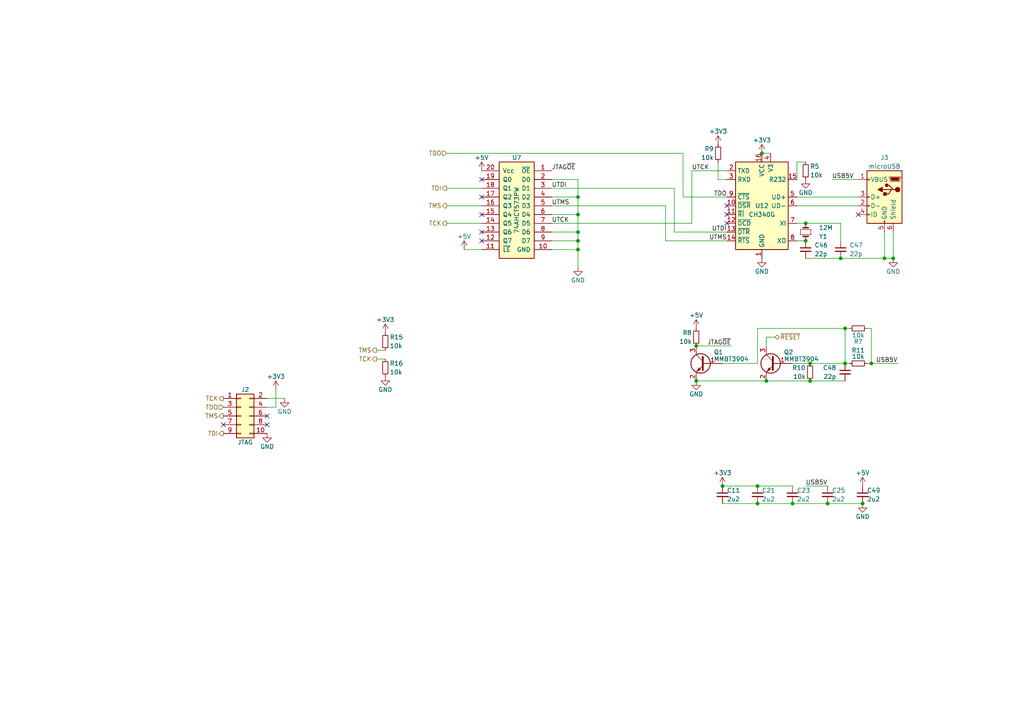
<source format=kicad_sch>
(kicad_sch (version 20211123) (generator eeschema)
  (paper "A4")
  (lib_symbols
    (symbol "Connector:USB_B_Micro" (pin_names (offset 1.016))
      (property "Reference" "J" (at -5.08 11.43 0))
      (property "Value" "USB_B_Micro" (at -5.08 8.89 0))
      (symbol "USB_B_Micro_0_1"
        (rectangle (start -5.08 -7.62) (end 5.08 7.62) (stroke (width 0.254)) (fill (type background)))
        (circle (center -3.81 2.159) (radius 0.635) (stroke (width 0.254)) (fill (type outline)))
        (circle (center -0.635 3.429) (radius 0.381) (stroke (width 0.254)) (fill (type outline)))
        (rectangle (start -0.127 -7.62) (end 0.127 -6.858))
        (polyline (pts (xy -1.905 2.159) (xy 0.635 2.159)) (stroke (width 0.254)))
        (polyline (pts (xy -3.175 2.159) (xy -2.54 2.159) (xy -1.27 3.429) (xy -0.635 3.429)) (stroke (width 0.254)))
        (polyline (pts (xy -2.54 2.159) (xy -1.905 2.159) (xy -1.27 0.889) (xy 0 0.889)) (stroke (width 0.254)))
        (polyline (pts (xy 0.635 2.794) (xy 0.635 1.524) (xy 1.905 2.159) (xy 0.635 2.794)) (stroke (width 0.254)) (fill (type outline)))
        (polyline (pts (xy -4.318 5.588) (xy -1.778 5.588) (xy -2.032 4.826) (xy -4.064 4.826) (xy -4.318 5.588)) (fill (type outline)))
        (polyline (pts (xy -4.699 5.842) (xy -4.699 5.588) (xy -4.445 4.826) (xy -4.445 4.572) (xy -1.651 4.572) (xy -1.651 4.826) (xy -1.397 5.588) (xy -1.397 5.842) (xy -4.699 5.842)))
        (rectangle (start 0.254 1.27) (end -0.508 0.508) (stroke (width 0.254)) (fill (type outline)))
        (rectangle (start 5.08 -5.207) (end 4.318 -4.953))
        (rectangle (start 5.08 -2.667) (end 4.318 -2.413))
        (rectangle (start 5.08 -0.127) (end 4.318 0.127))
        (rectangle (start 5.08 4.953) (end 4.318 5.207))
      )
      (symbol "USB_B_Micro_1_1"
        (pin power_out line (at 7.62 5.08 180) (length 2.54) (name "VBUS") (number "1"))
        (pin bidirectional line (at 7.62 -2.54 180) (length 2.54) (name "D-") (number "2"))
        (pin bidirectional line (at 7.62 0 180) (length 2.54) (name "D+") (number "3"))
        (pin passive line (at 7.62 -5.08 180) (length 2.54) (name "ID") (number "4"))
        (pin power_out line (at 0 -10.16 90) (length 2.54) (name "GND") (number "5"))
        (pin passive line (at -2.54 -10.16 90) (length 2.54) (name "Shield") (number "6"))
      )
    )
    (symbol "Connector_Generic:Conn_02x05_Odd_Even" (pin_names (offset 1.016) hide)
      (property "Reference" "J" (at 1.27 7.62 0))
      (property "Value" "Conn_02x05_Odd_Even" (at 1.27 -7.62 0))
      (symbol "Conn_02x05_Odd_Even_1_1"
        (rectangle (start -1.27 -4.953) (end 0 -5.207) (stroke (width 0.1524)))
        (rectangle (start -1.27 -2.413) (end 0 -2.667) (stroke (width 0.1524)))
        (rectangle (start -1.27 0.127) (end 0 -0.127) (stroke (width 0.1524)))
        (rectangle (start -1.27 2.667) (end 0 2.413) (stroke (width 0.1524)))
        (rectangle (start -1.27 5.207) (end 0 4.953) (stroke (width 0.1524)))
        (rectangle (start -1.27 6.35) (end 3.81 -6.35) (stroke (width 0.254)) (fill (type background)))
        (rectangle (start 3.81 -4.953) (end 2.54 -5.207) (stroke (width 0.1524)))
        (rectangle (start 3.81 -2.413) (end 2.54 -2.667) (stroke (width 0.1524)))
        (rectangle (start 3.81 0.127) (end 2.54 -0.127) (stroke (width 0.1524)))
        (rectangle (start 3.81 2.667) (end 2.54 2.413) (stroke (width 0.1524)))
        (rectangle (start 3.81 5.207) (end 2.54 4.953) (stroke (width 0.1524)))
        (pin passive line (at -5.08 5.08 0) (length 3.81) (name "Pin_1") (number "1"))
        (pin passive line (at 7.62 -5.08 180) (length 3.81) (name "Pin_10") (number "10"))
        (pin passive line (at 7.62 5.08 180) (length 3.81) (name "Pin_2") (number "2"))
        (pin passive line (at -5.08 2.54 0) (length 3.81) (name "Pin_3") (number "3"))
        (pin passive line (at 7.62 2.54 180) (length 3.81) (name "Pin_4") (number "4"))
        (pin passive line (at -5.08 0 0) (length 3.81) (name "Pin_5") (number "5"))
        (pin passive line (at 7.62 0 180) (length 3.81) (name "Pin_6") (number "6"))
        (pin passive line (at -5.08 -2.54 0) (length 3.81) (name "Pin_7") (number "7"))
        (pin passive line (at 7.62 -2.54 180) (length 3.81) (name "Pin_8") (number "8"))
        (pin passive line (at -5.08 -5.08 0) (length 3.81) (name "Pin_9") (number "9"))
      )
    )
    (symbol "Device:C_Small" (pin_numbers hide) (pin_names (offset 0.254) hide)
      (property "Reference" "C" (at 0.254 1.778 0))
      (property "Value" "C_Small" (at 0.254 -2.032 0))
      (symbol "C_Small_0_1"
        (polyline (pts (xy -1.524 -0.508) (xy 1.524 -0.508)) (stroke (width 0.3302)))
        (polyline (pts (xy -1.524 0.508) (xy 1.524 0.508)) (stroke (width 0.3048)))
      )
      (symbol "C_Small_1_1"
        (pin passive line (at 0 2.54 270) (length 2.032) (name "~") (number "1"))
        (pin passive line (at 0 -2.54 90) (length 2.032) (name "~") (number "2"))
      )
    )
    (symbol "Device:Crystal_Small" (pin_numbers hide) (pin_names (offset 1.016) hide)
      (property "Reference" "Y" (at 0 2.54 0))
      (property "Value" "Crystal_Small" (at 0 -2.54 0))
      (symbol "Crystal_Small_0_1"
        (rectangle (start -0.762 -1.524) (end 0.762 1.524))
        (polyline (pts (xy -1.27 -0.762) (xy -1.27 0.762)) (stroke (width 0.381)))
        (polyline (pts (xy 1.27 -0.762) (xy 1.27 0.762)) (stroke (width 0.381)))
      )
      (symbol "Crystal_Small_1_1"
        (pin passive line (at -2.54 0 0) (length 1.27) (name "1") (number "1"))
        (pin passive line (at 2.54 0 180) (length 1.27) (name "2") (number "2"))
      )
    )
    (symbol "Device:R_Small" (pin_numbers hide) (pin_names (offset 0.254) hide)
      (property "Reference" "R" (at 0.762 0.508 0))
      (property "Value" "R_Small" (at 0.762 -1.016 0))
      (symbol "R_Small_0_1"
        (rectangle (start -0.762 1.778) (end 0.762 -1.778) (stroke (width 0.2032)))
      )
      (symbol "R_Small_1_1"
        (pin passive line (at 0 2.54 270) (length 0.762) (name "~") (number "1"))
        (pin passive line (at 0 -2.54 90) (length 0.762) (name "~") (number "2"))
      )
    )
    (symbol "GW_Logic:74573" (pin_names (offset 1.016))
      (property "Reference" "U" (at 0 15.24 0))
      (property "Value" "74573" (at 0 -15.24 0))
      (symbol "74573_0_1"
        (rectangle (start -5.08 13.97) (end 5.08 -13.97) (stroke (width 0.254)) (fill (type background)))
      )
      (symbol "74573_1_1"
        (pin input line (at -10.16 11.43 0) (length 5.08) (name "~{OE}") (number "1"))
        (pin power_in line (at -10.16 -11.43 0) (length 5.08) (name "GND") (number "10"))
        (pin input line (at 10.16 -11.43 180) (length 5.08) (name "~{LE}") (number "11"))
        (pin tri_state line (at 10.16 -8.89 180) (length 5.08) (name "Q7") (number "12"))
        (pin tri_state line (at 10.16 -6.35 180) (length 5.08) (name "Q6") (number "13"))
        (pin tri_state line (at 10.16 -3.81 180) (length 5.08) (name "Q5") (number "14"))
        (pin tri_state line (at 10.16 -1.27 180) (length 5.08) (name "Q4") (number "15"))
        (pin tri_state line (at 10.16 1.27 180) (length 5.08) (name "Q3") (number "16"))
        (pin tri_state line (at 10.16 3.81 180) (length 5.08) (name "Q2") (number "17"))
        (pin tri_state line (at 10.16 6.35 180) (length 5.08) (name "Q1") (number "18"))
        (pin tri_state line (at 10.16 8.89 180) (length 5.08) (name "Q0") (number "19"))
        (pin input line (at -10.16 8.89 0) (length 5.08) (name "D0") (number "2"))
        (pin power_in line (at 10.16 11.43 180) (length 5.08) (name "Vcc") (number "20"))
        (pin input line (at -10.16 6.35 0) (length 5.08) (name "D1") (number "3"))
        (pin input line (at -10.16 3.81 0) (length 5.08) (name "D2") (number "4"))
        (pin input line (at -10.16 1.27 0) (length 5.08) (name "D3") (number "5"))
        (pin input line (at -10.16 -1.27 0) (length 5.08) (name "D4") (number "6"))
        (pin input line (at -10.16 -3.81 0) (length 5.08) (name "D5") (number "7"))
        (pin input line (at -10.16 -6.35 0) (length 5.08) (name "D6") (number "8"))
        (pin input line (at -10.16 -8.89 0) (length 5.08) (name "D7") (number "9"))
      )
    )
    (symbol "Interface_USB:CH340G"
      (property "Reference" "U" (at -5.08 13.97 0))
      (property "Value" "CH340G" (at 1.27 13.97 0))
      (symbol "CH340G_0_1"
        (rectangle (start -7.62 12.7) (end 7.62 -12.7) (stroke (width 0.254)) (fill (type background)))
      )
      (symbol "CH340G_1_1"
        (pin power_in line (at 0 -15.24 90) (length 2.54) (name "GND") (number "1"))
        (pin input line (at 10.16 0 180) (length 2.54) (name "~{DSR}") (number "10"))
        (pin input line (at 10.16 -2.54 180) (length 2.54) (name "~{RI}") (number "11"))
        (pin input line (at 10.16 -5.08 180) (length 2.54) (name "~{DCD}") (number "12"))
        (pin output line (at 10.16 -7.62 180) (length 2.54) (name "~{DTR}") (number "13"))
        (pin output line (at 10.16 -10.16 180) (length 2.54) (name "~{RTS}") (number "14"))
        (pin input line (at -10.16 7.62 0) (length 2.54) (name "R232") (number "15"))
        (pin power_in line (at 0 15.24 270) (length 2.54) (name "VCC") (number "16"))
        (pin output line (at 10.16 10.16 180) (length 2.54) (name "TXD") (number "2"))
        (pin input line (at 10.16 7.62 180) (length 2.54) (name "RXD") (number "3"))
        (pin passive line (at -2.54 15.24 270) (length 2.54) (name "V3") (number "4"))
        (pin bidirectional line (at -10.16 2.54 0) (length 2.54) (name "UD+") (number "5"))
        (pin bidirectional line (at -10.16 0 0) (length 2.54) (name "UD-") (number "6"))
        (pin input line (at -10.16 -5.08 0) (length 2.54) (name "XI") (number "7"))
        (pin output line (at -10.16 -10.16 0) (length 2.54) (name "XO") (number "8"))
        (pin input line (at 10.16 2.54 180) (length 2.54) (name "~{CTS}") (number "9"))
      )
    )
    (symbol "Transistor_BJT:MMBT3904" (pin_names (offset 0) hide)
      (property "Reference" "Q" (at 5.08 1.905 0))
      (property "Value" "MMBT3904" (at 5.08 0 0))
      (symbol "MMBT3904_0_1"
        (polyline (pts (xy 0.635 0.635) (xy 2.54 2.54)))
        (polyline (pts (xy 0.635 -0.635) (xy 2.54 -2.54) (xy 2.54 -2.54)))
        (polyline (pts (xy 0.635 1.905) (xy 0.635 -1.905) (xy 0.635 -1.905)) (stroke (width 0.508)))
        (polyline (pts (xy 1.27 -1.778) (xy 1.778 -1.27) (xy 2.286 -2.286) (xy 1.27 -1.778) (xy 1.27 -1.778)) (fill (type outline)))
        (circle (center 1.27 0) (radius 2.8194) (stroke (width 0.254)))
      )
      (symbol "MMBT3904_1_1"
        (pin input line (at -5.08 0 0) (length 5.715) (name "B") (number "1"))
        (pin passive line (at 2.54 -5.08 90) (length 2.54) (name "E") (number "2"))
        (pin passive line (at 2.54 5.08 270) (length 2.54) (name "C") (number "3"))
      )
    )
    (symbol "power:+3V3" (power) (pin_names (offset 0))
      (property "Value" "+3V3" (at 0 3.556 0))
      (symbol "+3V3_0_1"
        (polyline (pts (xy -0.762 1.27) (xy 0 2.54)))
        (polyline (pts (xy 0 0) (xy 0 2.54)))
        (polyline (pts (xy 0 2.54) (xy 0.762 1.27)))
      )
      (symbol "+3V3_1_1"
        (pin power_in line (at 0 0 90) (length 0) hide (name "+3V3") (number "1"))
      )
    )
    (symbol "power:+5V" (power) (pin_names (offset 0))
      (property "Value" "+5V" (at 0 3.556 0))
      (symbol "+5V_0_1"
        (polyline (pts (xy -0.762 1.27) (xy 0 2.54)))
        (polyline (pts (xy 0 0) (xy 0 2.54)))
        (polyline (pts (xy 0 2.54) (xy 0.762 1.27)))
      )
      (symbol "+5V_1_1"
        (pin power_in line (at 0 0 90) (length 0) hide (name "+5V") (number "1"))
      )
    )
    (symbol "power:GND" (power) (pin_names (offset 0))
      (property "Value" "GND" (at 0 -3.81 0))
      (symbol "GND_0_1"
        (polyline (pts (xy 0 0) (xy 0 -1.27) (xy 1.27 -1.27) (xy 0 -2.54) (xy -1.27 -1.27) (xy 0 -1.27)))
      )
      (symbol "GND_1_1"
        (pin power_in line (at 0 0 270) (length 0) hide (name "GND") (number "1"))
      )
    )
  )
  (junction (at 220.98 44.45))
  (junction (at 259.08 74.93))
  (junction (at 222.25 110.49))
  (junction (at 229.87 146.05))
  (junction (at 250.19 146.05))
  (junction (at 167.64 62.23))
  (junction (at 233.68 69.85))
  (junction (at 167.64 67.31))
  (junction (at 167.64 57.15))
  (junction (at 233.68 64.77))
  (junction (at 209.55 140.97))
  (junction (at 167.64 72.39))
  (junction (at 243.84 74.93))
  (junction (at 245.11 95.25))
  (junction (at 252.73 105.41))
  (junction (at 201.93 110.49))
  (junction (at 201.93 100.33))
  (junction (at 234.95 105.41))
  (junction (at 234.95 110.49))
  (junction (at 240.03 146.05))
  (junction (at 219.71 146.05))
  (junction (at 245.11 105.41))
  (junction (at 256.54 74.93))
  (junction (at 219.71 140.97))
  (junction (at 167.64 69.85))
  (no_connect (at 139.7 52.07))
  (no_connect (at 139.7 57.15))
  (no_connect (at 210.82 64.77))
  (no_connect (at 210.82 62.23))
  (no_connect (at 210.82 59.69))
  (no_connect (at 77.47 123.19))
  (no_connect (at 139.7 69.85))
  (no_connect (at 248.92 62.23))
  (no_connect (at 64.77 123.19))
  (no_connect (at 77.47 120.65))
  (no_connect (at 139.7 62.23))
  (no_connect (at 139.7 67.31))
  (wire (pts (xy 245.11 95.25) (xy 246.38 95.25)))
  (wire (pts (xy 234.95 105.41) (xy 245.11 105.41)))
  (wire (pts (xy 160.02 69.85) (xy 167.64 69.85)))
  (wire (pts (xy 233.68 64.77) (xy 231.14 64.77)))
  (wire (pts (xy 243.84 64.77) (xy 243.84 69.85)))
  (wire (pts (xy 77.47 115.57) (xy 82.55 115.57)))
  (wire (pts (xy 167.64 72.39) (xy 167.64 77.47)))
  (wire (pts (xy 219.71 95.25) (xy 245.11 95.25)))
  (wire (pts (xy 139.7 64.77) (xy 129.54 64.77)))
  (wire (pts (xy 222.25 97.79) (xy 222.25 100.33)))
  (wire (pts (xy 160.02 72.39) (xy 167.64 72.39)))
  (wire (pts (xy 231.14 59.69) (xy 248.92 59.69)))
  (wire (pts (xy 219.71 105.41) (xy 209.55 105.41)))
  (wire (pts (xy 252.73 95.25) (xy 252.73 105.41)))
  (wire (pts (xy 231.14 69.85) (xy 233.68 69.85)))
  (wire (pts (xy 167.64 62.23) (xy 167.64 57.15)))
  (wire (pts (xy 233.68 74.93) (xy 243.84 74.93)))
  (wire (pts (xy 209.55 140.97) (xy 219.71 140.97)))
  (wire (pts (xy 229.87 140.97) (xy 219.71 140.97)))
  (wire (pts (xy 243.84 64.77) (xy 233.68 64.77)))
  (wire (pts (xy 198.12 44.45) (xy 198.12 57.15)))
  (wire (pts (xy 167.64 52.07) (xy 160.02 52.07)))
  (wire (pts (xy 139.7 59.69) (xy 129.54 59.69)))
  (wire (pts (xy 77.47 118.11) (xy 80.01 118.11)))
  (wire (pts (xy 229.87 105.41) (xy 234.95 105.41)))
  (wire (pts (xy 111.76 101.6) (xy 109.22 101.6)))
  (wire (pts (xy 210.82 69.85) (xy 193.04 69.85)))
  (wire (pts (xy 200.66 64.77) (xy 200.66 49.53)))
  (wire (pts (xy 222.25 110.49) (xy 234.95 110.49)))
  (wire (pts (xy 80.01 118.11) (xy 80.01 113.03)))
  (wire (pts (xy 201.93 100.33) (xy 212.09 100.33)))
  (wire (pts (xy 259.08 67.31) (xy 259.08 74.93)))
  (wire (pts (xy 251.46 95.25) (xy 252.73 95.25)))
  (wire (pts (xy 240.03 140.97) (xy 233.68 140.97)))
  (wire (pts (xy 195.58 54.61) (xy 195.58 67.31)))
  (wire (pts (xy 167.64 57.15) (xy 167.64 52.07)))
  (wire (pts (xy 195.58 67.31) (xy 210.82 67.31)))
  (wire (pts (xy 109.22 104.14) (xy 111.76 104.14)))
  (wire (pts (xy 219.71 146.05) (xy 229.87 146.05)))
  (wire (pts (xy 139.7 54.61) (xy 129.54 54.61)))
  (wire (pts (xy 160.02 64.77) (xy 200.66 64.77)))
  (wire (pts (xy 245.11 95.25) (xy 245.11 105.41)))
  (wire (pts (xy 256.54 67.31) (xy 256.54 74.93)))
  (wire (pts (xy 251.46 105.41) (xy 252.73 105.41)))
  (wire (pts (xy 243.84 74.93) (xy 256.54 74.93)))
  (wire (pts (xy 167.64 67.31) (xy 167.64 62.23)))
  (wire (pts (xy 259.08 74.93) (xy 256.54 74.93)))
  (wire (pts (xy 219.71 146.05) (xy 209.55 146.05)))
  (wire (pts (xy 241.3 52.07) (xy 248.92 52.07)))
  (wire (pts (xy 223.52 44.45) (xy 220.98 44.45)))
  (wire (pts (xy 160.02 54.61) (xy 195.58 54.61)))
  (wire (pts (xy 201.93 110.49) (xy 222.25 110.49)))
  (wire (pts (xy 160.02 59.69) (xy 193.04 59.69)))
  (wire (pts (xy 193.04 59.69) (xy 193.04 69.85)))
  (wire (pts (xy 198.12 57.15) (xy 210.82 57.15)))
  (wire (pts (xy 245.11 105.41) (xy 246.38 105.41)))
  (wire (pts (xy 229.87 146.05) (xy 240.03 146.05)))
  (wire (pts (xy 129.54 44.45) (xy 198.12 44.45)))
  (wire (pts (xy 231.14 52.07) (xy 231.14 46.99)))
  (wire (pts (xy 234.95 110.49) (xy 245.11 110.49)))
  (wire (pts (xy 160.02 62.23) (xy 167.64 62.23)))
  (wire (pts (xy 252.73 105.41) (xy 260.35 105.41)))
  (wire (pts (xy 240.03 146.05) (xy 250.19 146.05)))
  (wire (pts (xy 248.92 57.15) (xy 231.14 57.15)))
  (wire (pts (xy 208.28 46.99) (xy 208.28 52.07)))
  (wire (pts (xy 231.14 46.99) (xy 233.68 46.99)))
  (wire (pts (xy 224.79 97.79) (xy 222.25 97.79)))
  (wire (pts (xy 167.64 69.85) (xy 167.64 67.31)))
  (wire (pts (xy 160.02 57.15) (xy 167.64 57.15)))
  (wire (pts (xy 167.64 69.85) (xy 167.64 72.39)))
  (wire (pts (xy 134.62 72.39) (xy 139.7 72.39)))
  (wire (pts (xy 208.28 52.07) (xy 210.82 52.07)))
  (wire (pts (xy 219.71 95.25) (xy 219.71 105.41)))
  (wire (pts (xy 167.64 67.31) (xy 160.02 67.31)))
  (wire (pts (xy 210.82 49.53) (xy 200.66 49.53)))
  (label "USB5V" (at 260.35 105.41 180))
  (label "UTDI" (at 160.02 54.61 0))
  (label "JTAG~{OE}" (at 160.02 49.53 0))
  (label "UTMS" (at 160.02 59.69 0))
  (label "USB5V" (at 241.3 52.07 0))
  (label "UTMS" (at 210.82 69.85 180))
  (label "JTAG~{OE}" (at 212.09 100.33 180))
  (label "TDO" (at 210.82 57.15 180))
  (label "UTDI" (at 210.82 67.31 180))
  (label "UTCK" (at 160.02 64.77 0))
  (label "UTCK" (at 200.66 49.53 0))
  (label "USB5V" (at 233.68 140.97 0))
  (hierarchical_label "TCK" (shape output) (at 64.77 115.57 180))
  (hierarchical_label "TCK" (shape output) (at 109.22 104.14 180))
  (hierarchical_label "TMS" (shape output) (at 109.22 101.6 180))
  (hierarchical_label "~{RESET}" (shape tri_state) (at 224.79 97.79 0))
  (hierarchical_label "TDI" (shape output) (at 64.77 125.73 180))
  (hierarchical_label "TMS" (shape output) (at 64.77 120.65 180))
  (hierarchical_label "TCK" (shape output) (at 129.54 64.77 180))
  (hierarchical_label "TMS" (shape output) (at 129.54 59.69 180))
  (hierarchical_label "TDI" (shape output) (at 129.54 54.61 180))
  (hierarchical_label "TDO" (shape input) (at 64.77 118.11 180))
  (hierarchical_label "TDO" (shape input) (at 129.54 44.45 180))
  (symbol (lib_id "Device:Crystal_Small") (at 233.68 67.31 270) (mirror x) (unit 1)
    (property "Reference" "Y1" (at 237.49 68.58 90) (effects (justify left)))
    (property "Value" "12M" (at 237.49 66.04 90) (effects (justify left)))
    (property "Footprint" "stdpads:Crystal_HC49-SMD" (effects hide))
    (property "LCSC Part" "C111117" (effects hide))
  )
  (symbol (lib_id "Connector_Generic:Conn_02x05_Odd_Even") (at 69.85 120.65 0) (unit 1)
    (property "Reference" "J2" (at 71.12 113.03 0))
    (property "Value" "JTAG" (at 71.12 128.27 0))
    (property "Footprint" "Connector:Tag-Connect_TC2050-IDC-FP_2x05_P1.27mm_Vertical" (effects hide))
  )
  (symbol (lib_id "power:+3V3") (at 80.01 113.03 0) (unit 1)
    (property "Reference" "#PWR0128" (effects hide))
    (property "Value" "+3V3" (at 80.01 109.22 0))
  )
  (symbol (lib_id "Interface_USB:CH340G") (at 220.98 59.69 0) (mirror y) (unit 1)
    (property "Reference" "U12" (at 220.98 59.69 0))
    (property "Value" "CH340G" (at 220.98 62.23 0))
    (property "Footprint" "stdpads:SOIC-16_3.9mm" (effects hide))
    (property "Datasheet" "http://www.datasheet5.com/pdf-local-2195953" (effects hide))
    (property "LCSC Part" "C14267" (effects hide))
  )
  (symbol (lib_id "power:GND") (at 233.68 52.07 0) (mirror y) (unit 1)
    (property "Reference" "#PWR0164" (effects hide))
    (property "Value" "GND" (at 233.68 55.88 0))
  )
  (symbol (lib_id "power:+3V3") (at 209.55 140.97 0) (unit 1)
    (property "Reference" "#PWR0202" (effects hide))
    (property "Value" "+3V3" (at 209.55 137.16 0))
  )
  (symbol (lib_id "Device:C_Small") (at 209.55 143.51 0) (unit 1)
    (property "Reference" "C11" (at 210.82 142.24 0) (effects (justify left)))
    (property "Value" "2u2" (at 210.82 144.78 0) (effects (justify left)))
    (property "Footprint" "stdpads:C_0603" (effects hide))
    (property "LCSC Part" "C23630" (effects hide))
  )
  (symbol (lib_id "Device:C_Small") (at 219.71 143.51 0) (unit 1)
    (property "Reference" "C21" (at 220.98 142.24 0) (effects (justify left)))
    (property "Value" "2u2" (at 220.98 144.78 0) (effects (justify left)))
    (property "Footprint" "stdpads:C_0603" (effects hide))
    (property "LCSC Part" "C23630" (effects hide))
  )
  (symbol (lib_id "Device:C_Small") (at 229.87 143.51 0) (unit 1)
    (property "Reference" "C23" (at 231.14 142.24 0) (effects (justify left)))
    (property "Value" "2u2" (at 231.14 144.78 0) (effects (justify left)))
    (property "Footprint" "stdpads:C_0603" (effects hide))
    (property "LCSC Part" "C23630" (effects hide))
  )
  (symbol (lib_id "Device:C_Small") (at 240.03 143.51 0) (unit 1)
    (property "Reference" "C25" (at 241.3 142.24 0) (effects (justify left)))
    (property "Value" "2u2" (at 241.3 144.78 0) (effects (justify left)))
    (property "Footprint" "stdpads:C_0603" (effects hide))
    (property "LCSC Part" "C23630" (effects hide))
  )
  (symbol (lib_id "power:GND") (at 259.08 74.93 0) (mirror y) (unit 1)
    (property "Reference" "#PWR0165" (effects hide))
    (property "Value" "GND" (at 259.08 78.74 0))
  )
  (symbol (lib_id "power:GND") (at 77.47 125.73 0) (unit 1)
    (property "Reference" "#PWR0127" (effects hide))
    (property "Value" "GND" (at 77.47 129.54 0))
  )
  (symbol (lib_id "Device:C_Small") (at 233.68 72.39 0) (unit 1)
    (property "Reference" "C46" (at 236.22 71.12 0) (effects (justify left)))
    (property "Value" "22p" (at 236.22 73.66 0) (effects (justify left)))
    (property "Footprint" "stdpads:C_0603" (effects hide))
    (property "LCSC Part" "C1653" (effects hide))
  )
  (symbol (lib_id "Device:C_Small") (at 243.84 72.39 0) (unit 1)
    (property "Reference" "C47" (at 246.38 71.12 0) (effects (justify left)))
    (property "Value" "22p" (at 246.38 73.66 0) (effects (justify left)))
    (property "Footprint" "stdpads:C_0603" (effects hide))
    (property "LCSC Part" "C1653" (effects hide))
  )
  (symbol (lib_id "Connector:USB_B_Micro") (at 256.54 57.15 0) (mirror y) (unit 1)
    (property "Reference" "J3" (at 256.54 45.72 0))
    (property "Value" "microUSB" (at 256.54 48.26 0))
    (property "Footprint" "stdpads:USB_Micro-B_ShouHan_MicroXNJ" (effects hide))
    (property "LCSC Part" "C404969" (effects hide))
  )
  (symbol (lib_id "power:GND") (at 82.55 115.57 0) (unit 1)
    (property "Reference" "#PWR0204" (effects hide))
    (property "Value" "GND" (at 82.55 119.38 0))
  )
  (symbol (lib_id "power:+3V3") (at 208.28 41.91 0) (unit 1)
    (property "Reference" "#PWR0185" (effects hide))
    (property "Value" "+3V3" (at 208.28 38.1 0))
  )
  (symbol (lib_id "GW_Logic:74573") (at 149.86 60.96 0) (mirror y) (unit 1)
    (property "Reference" "U7" (at 149.86 45.72 0))
    (property "Value" "74AHCT573PW" (at 149.86 60.96 90))
    (property "Footprint" "stdpads:TSSOP-20_4.4x6.5mm_P0.65mm" (effects hide))
    (property "LCSC Part" "C141311" (effects hide))
  )
  (symbol (lib_id "Transistor_BJT:MMBT3904") (at 224.79 105.41 0) (mirror y) (unit 1)
    (property "Reference" "Q2" (at 227.33 102.87 0) (effects (justify right bottom)))
    (property "Value" "MMBT3904" (at 227.33 104.14 0) (effects (justify right)))
    (property "Footprint" "stdpads:SOT-23" (effects hide))
    (property "Datasheet" "https://www.onsemi.com/pub/Collateral/2N3903-D.PDF" (effects hide))
    (property "LCSC Part" "C20526" (effects hide))
  )
  (symbol (lib_id "Device:R_Small") (at 248.92 105.41 90) (mirror x) (unit 1)
    (property "Reference" "R11" (at 248.92 101.6 90))
    (property "Value" "10k" (at 248.92 104.14 90) (effects (justify bottom)))
    (property "Footprint" "stdpads:R_0603" (effects hide))
    (property "LCSC Part" "C25804" (effects hide))
  )
  (symbol (lib_id "Device:C_Small") (at 245.11 107.95 0) (mirror y) (unit 1)
    (property "Reference" "C48" (at 242.57 106.68 0) (effects (justify left)))
    (property "Value" "22p" (at 242.57 109.22 0) (effects (justify left)))
    (property "Footprint" "stdpads:C_0603" (effects hide))
    (property "LCSC Part" "C1653" (effects hide))
  )
  (symbol (lib_id "power:GND") (at 201.93 110.49 0) (unit 1)
    (property "Reference" "#PWR0196" (effects hide))
    (property "Value" "GND" (at 201.93 114.3 0))
  )
  (symbol (lib_id "Transistor_BJT:MMBT3904") (at 204.47 105.41 0) (mirror y) (unit 1)
    (property "Reference" "Q1" (at 207.01 102.87 0) (effects (justify right bottom)))
    (property "Value" "MMBT3904" (at 207.01 104.14 0) (effects (justify right)))
    (property "Footprint" "stdpads:SOT-23" (effects hide))
    (property "Datasheet" "https://www.onsemi.com/pub/Collateral/2N3903-D.PDF" (effects hide))
    (property "LCSC Part" "C20526" (effects hide))
  )
  (symbol (lib_id "power:GND") (at 167.64 77.47 0) (mirror y) (unit 1)
    (property "Reference" "#PWR0172" (effects hide))
    (property "Value" "GND" (at 167.64 81.28 0))
  )
  (symbol (lib_id "power:+5V") (at 139.7 49.53 0) (unit 1)
    (property "Reference" "#PWR0197" (effects hide))
    (property "Value" "+5V" (at 139.7 45.72 0))
  )
  (symbol (lib_id "power:+5V") (at 201.93 95.25 0) (mirror y) (unit 1)
    (property "Reference" "#PWR0198" (effects hide))
    (property "Value" "+5V" (at 201.93 91.44 0))
  )
  (symbol (lib_id "power:GND") (at 250.19 146.05 0) (mirror y) (unit 1)
    (property "Reference" "#PWR0199" (effects hide))
    (property "Value" "GND" (at 250.19 149.86 0))
  )
  (symbol (lib_id "Device:C_Small") (at 250.19 143.51 0) (unit 1)
    (property "Reference" "C49" (at 251.46 142.24 0) (effects (justify left)))
    (property "Value" "2u2" (at 251.46 144.78 0) (effects (justify left)))
    (property "Footprint" "stdpads:C_0603" (effects hide))
    (property "LCSC Part" "C23630" (effects hide))
  )
  (symbol (lib_id "power:+5V") (at 250.19 140.97 0) (unit 1)
    (property "Reference" "#PWR0150" (effects hide))
    (property "Value" "+5V" (at 250.19 137.16 0))
  )
  (symbol (lib_id "power:GND") (at 220.98 74.93 0) (mirror y) (unit 1)
    (property "Reference" "#PWR0162" (effects hide))
    (property "Value" "GND" (at 220.98 78.74 0))
  )
  (symbol (lib_id "power:+3V3") (at 220.98 44.45 0) (mirror y) (unit 1)
    (property "Reference" "#PWR0140" (effects hide))
    (property "Value" "+3V3" (at 220.98 40.64 0))
  )
  (symbol (lib_id "Device:R_Small") (at 111.76 106.68 0) (mirror y) (unit 1)
    (property "Reference" "R16" (at 113.03 105.41 0) (effects (justify right)))
    (property "Value" "10k" (at 113.03 107.95 0) (effects (justify right)))
    (property "Footprint" "stdpads:R_0603" (effects hide))
    (property "LCSC Part" "C25804" (effects hide))
  )
  (symbol (lib_id "Device:R_Small") (at 111.76 99.06 0) (mirror y) (unit 1)
    (property "Reference" "R15" (at 113.03 97.79 0) (effects (justify right)))
    (property "Value" "10k" (at 113.03 100.33 0) (effects (justify right)))
    (property "Footprint" "stdpads:R_0603" (effects hide))
    (property "LCSC Part" "C25804" (effects hide))
  )
  (symbol (lib_id "power:+3V3") (at 111.76 96.52 0) (unit 1)
    (property "Reference" "#PWR0205" (effects hide))
    (property "Value" "+3V3" (at 111.76 92.71 0))
  )
  (symbol (lib_id "power:GND") (at 111.76 109.22 0) (unit 1)
    (property "Reference" "#PWR0206" (effects hide))
    (property "Value" "GND" (at 111.76 113.03 0))
  )
  (symbol (lib_id "power:+5V") (at 134.62 72.39 0) (unit 1)
    (property "Reference" "#PWR0163" (effects hide))
    (property "Value" "+5V" (at 134.62 68.58 0))
  )
  (symbol (lib_id "Device:R_Small") (at 248.92 95.25 90) (unit 1)
    (property "Reference" "R?" (at 248.92 99.06 90))
    (property "Value" "10k" (at 248.92 96.52 90) (effects (justify bottom)))
    (property "Footprint" "stdpads:R_0603" (effects hide))
    (property "LCSC Part" "C25804" (effects hide))
  )
  (symbol (lib_id "Device:R_Small") (at 234.95 107.95 0) (unit 1)
    (property "Reference" "R10" (at 233.68 106.68 0) (effects (justify right)))
    (property "Value" "10k" (at 233.68 109.22 0) (effects (justify right)))
    (property "Footprint" "stdpads:R_0603" (effects hide))
    (property "LCSC Part" "C25804" (effects hide))
  )
  (symbol (lib_id "Device:R_Small") (at 233.68 49.53 0) (mirror y) (unit 1)
    (property "Reference" "R5" (at 234.95 48.26 0) (effects (justify right)))
    (property "Value" "10k" (at 234.95 50.8 0) (effects (justify right)))
    (property "Footprint" "stdpads:R_0603" (effects hide))
    (property "LCSC Part" "C25804" (effects hide))
  )
  (symbol (lib_id "Device:R_Small") (at 201.93 97.79 0) (unit 1)
    (property "Reference" "R8" (at 200.66 96.52 0) (effects (justify right)))
    (property "Value" "10k" (at 200.66 99.06 0) (effects (justify right)))
    (property "Footprint" "stdpads:R_0603" (effects hide))
    (property "LCSC Part" "C25804" (effects hide))
  )
  (symbol (lib_id "Device:R_Small") (at 208.28 44.45 0) (unit 1)
    (property "Reference" "R9" (at 207.01 43.18 0) (effects (justify right)))
    (property "Value" "10k" (at 207.01 45.72 0) (effects (justify right)))
    (property "Footprint" "stdpads:R_0603" (effects hide))
    (property "LCSC Part" "C25804" (effects hide))
  )
)
</source>
